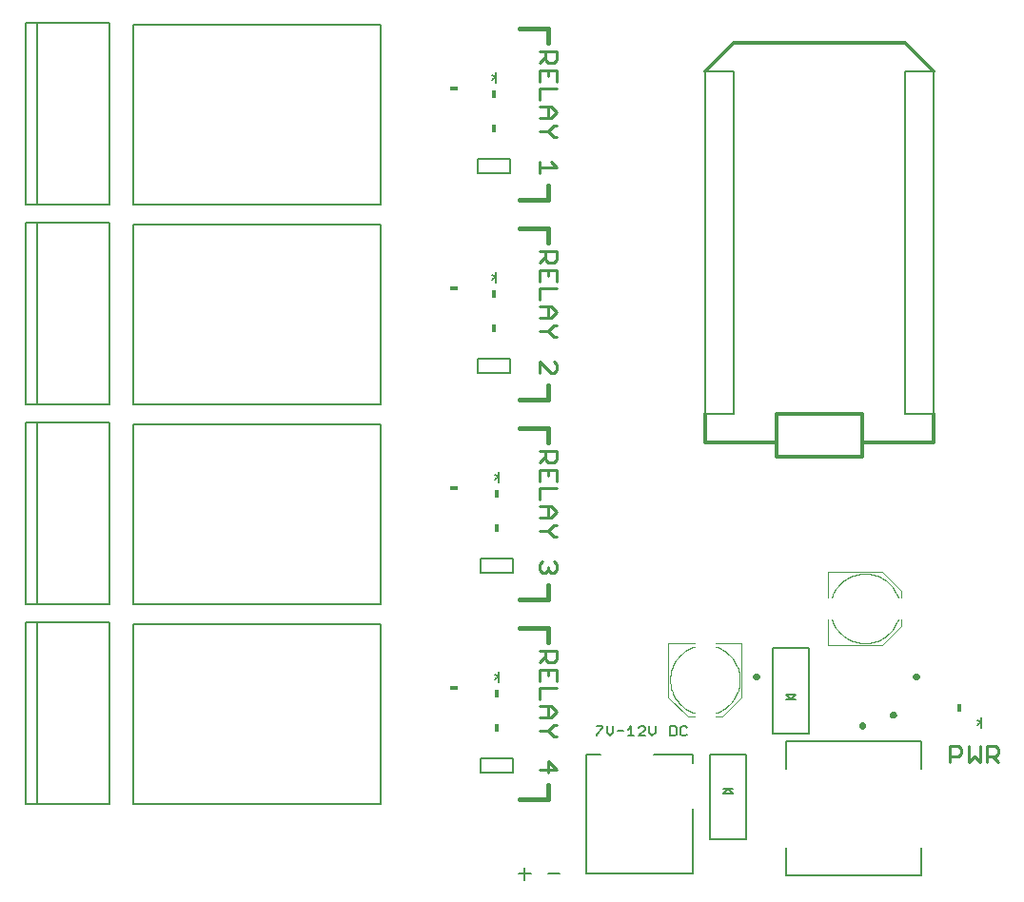
<source format=gto>
G75*
%MOIN*%
%OFA0B0*%
%FSLAX24Y24*%
%IPPOS*%
%LPD*%
%AMOC8*
5,1,8,0,0,1.08239X$1,22.5*
%
%ADD10C,0.0110*%
%ADD11C,0.0160*%
%ADD12C,0.0070*%
%ADD13C,0.0060*%
%ADD14C,0.0050*%
%ADD15C,0.0080*%
%ADD16R,0.0300X0.0180*%
%ADD17R,0.0180X0.0300*%
%ADD18C,0.0120*%
%ADD19C,0.0220*%
%ADD20C,0.0040*%
D10*
X022538Y008932D02*
X023128Y008932D01*
X022833Y009227D01*
X022833Y008833D01*
X023030Y010122D02*
X023128Y010122D01*
X023030Y010122D02*
X022833Y010319D01*
X022538Y010319D01*
X022833Y010319D02*
X023030Y010516D01*
X023128Y010516D01*
X022932Y010767D02*
X023128Y010964D01*
X022932Y011161D01*
X022538Y011161D01*
X022538Y011411D02*
X022538Y011805D01*
X023128Y011805D01*
X023128Y012056D02*
X023128Y012450D01*
X022538Y012450D01*
X022538Y012056D01*
X022833Y012253D02*
X022833Y012450D01*
X022833Y012701D02*
X022735Y012799D01*
X022735Y013094D01*
X022735Y012897D02*
X022538Y012701D01*
X022833Y012701D02*
X023030Y012701D01*
X023128Y012799D01*
X023128Y013094D01*
X022538Y013094D01*
X022833Y011161D02*
X022833Y010767D01*
X022932Y010767D02*
X022538Y010767D01*
X022636Y015833D02*
X022538Y015932D01*
X022538Y016129D01*
X022636Y016227D01*
X022833Y016030D02*
X022833Y015932D01*
X022735Y015833D01*
X022636Y015833D01*
X022833Y015932D02*
X022932Y015833D01*
X023030Y015833D01*
X023128Y015932D01*
X023128Y016129D01*
X023030Y016227D01*
X023030Y017122D02*
X023128Y017122D01*
X023030Y017122D02*
X022833Y017319D01*
X022538Y017319D01*
X022833Y017319D02*
X023030Y017516D01*
X023128Y017516D01*
X022932Y017767D02*
X022538Y017767D01*
X022833Y017767D02*
X022833Y018161D01*
X022932Y018161D02*
X023128Y017964D01*
X022932Y017767D01*
X022932Y018161D02*
X022538Y018161D01*
X022538Y018411D02*
X022538Y018805D01*
X023128Y018805D01*
X023128Y019056D02*
X023128Y019450D01*
X022538Y019450D01*
X022538Y019056D01*
X022833Y019253D02*
X022833Y019450D01*
X022833Y019701D02*
X022735Y019799D01*
X022735Y020094D01*
X022735Y019897D02*
X022538Y019701D01*
X022833Y019701D02*
X023030Y019701D01*
X023128Y019799D01*
X023128Y020094D01*
X022538Y020094D01*
X022538Y022833D02*
X022538Y023227D01*
X022932Y022833D01*
X023030Y022833D01*
X023128Y022932D01*
X023128Y023129D01*
X023030Y023227D01*
X023030Y024122D02*
X023128Y024122D01*
X023030Y024122D02*
X022833Y024319D01*
X022538Y024319D01*
X022833Y024319D02*
X023030Y024516D01*
X023128Y024516D01*
X022932Y024767D02*
X022538Y024767D01*
X022833Y024767D02*
X022833Y025161D01*
X022932Y025161D02*
X023128Y024964D01*
X022932Y024767D01*
X022932Y025161D02*
X022538Y025161D01*
X022538Y025411D02*
X022538Y025805D01*
X023128Y025805D01*
X023128Y026056D02*
X023128Y026450D01*
X022538Y026450D01*
X022538Y026056D01*
X022833Y026253D02*
X022833Y026450D01*
X022833Y026701D02*
X022735Y026799D01*
X022735Y027094D01*
X022735Y026897D02*
X022538Y026701D01*
X022833Y026701D02*
X023030Y026701D01*
X023128Y026799D01*
X023128Y027094D01*
X022538Y027094D01*
X022538Y029833D02*
X022538Y030227D01*
X022538Y030030D02*
X023128Y030030D01*
X022932Y030227D01*
X023030Y031122D02*
X023128Y031122D01*
X023030Y031122D02*
X022833Y031319D01*
X022538Y031319D01*
X022833Y031319D02*
X023030Y031516D01*
X023128Y031516D01*
X022932Y031767D02*
X022538Y031767D01*
X022833Y031767D02*
X022833Y032161D01*
X022932Y032161D02*
X023128Y031964D01*
X022932Y031767D01*
X022932Y032161D02*
X022538Y032161D01*
X022538Y032411D02*
X022538Y032805D01*
X023128Y032805D01*
X023128Y033056D02*
X023128Y033450D01*
X022538Y033450D01*
X022538Y033056D01*
X022833Y033253D02*
X022833Y033450D01*
X022833Y033701D02*
X022735Y033799D01*
X022735Y034094D01*
X022735Y033897D02*
X022538Y033701D01*
X022833Y033701D02*
X023030Y033701D01*
X023128Y033799D01*
X023128Y034094D01*
X022538Y034094D01*
X036921Y009789D02*
X037216Y009789D01*
X037315Y009690D01*
X037315Y009494D01*
X037216Y009395D01*
X036921Y009395D01*
X036921Y009198D02*
X036921Y009789D01*
X037566Y009789D02*
X037566Y009198D01*
X037762Y009395D01*
X037959Y009198D01*
X037959Y009789D01*
X038210Y009789D02*
X038210Y009198D01*
X038210Y009395D02*
X038505Y009395D01*
X038604Y009494D01*
X038604Y009690D01*
X038505Y009789D01*
X038210Y009789D01*
X038407Y009395D02*
X038604Y009198D01*
D11*
X022833Y008393D02*
X022833Y007893D01*
X021833Y007893D01*
X022833Y013393D02*
X022833Y013893D01*
X021833Y013893D01*
X021833Y014893D02*
X022833Y014893D01*
X022833Y015393D01*
X022833Y020393D02*
X022833Y020893D01*
X021833Y020893D01*
X021833Y021893D02*
X022833Y021893D01*
X022833Y022393D01*
X022833Y027393D02*
X022833Y027893D01*
X021833Y027893D01*
X021833Y028893D02*
X022833Y028893D01*
X022833Y029393D01*
X022833Y034393D02*
X022833Y034893D01*
X021833Y034893D01*
D12*
X024531Y010459D02*
X024751Y010459D01*
X024751Y010404D01*
X024531Y010183D01*
X024531Y010128D01*
X024899Y010238D02*
X024899Y010459D01*
X025119Y010459D02*
X025119Y010238D01*
X025009Y010128D01*
X024899Y010238D01*
X025267Y010293D02*
X025487Y010293D01*
X025635Y010348D02*
X025746Y010459D01*
X025746Y010128D01*
X025856Y010128D02*
X025635Y010128D01*
X026004Y010128D02*
X026224Y010348D01*
X026224Y010404D01*
X026169Y010459D01*
X026059Y010459D01*
X026004Y010404D01*
X026004Y010128D02*
X026224Y010128D01*
X026372Y010238D02*
X026482Y010128D01*
X026592Y010238D01*
X026592Y010459D01*
X026372Y010459D02*
X026372Y010238D01*
X027109Y010128D02*
X027274Y010128D01*
X027329Y010183D01*
X027329Y010404D01*
X027274Y010459D01*
X027109Y010459D01*
X027109Y010128D01*
X027477Y010183D02*
X027532Y010128D01*
X027642Y010128D01*
X027697Y010183D01*
X027477Y010183D02*
X027477Y010404D01*
X027532Y010459D01*
X027642Y010459D01*
X027697Y010404D01*
D13*
X023250Y005304D02*
X022823Y005304D01*
X022230Y005304D02*
X021803Y005304D01*
X022016Y005517D02*
X022016Y005090D01*
X021593Y008833D02*
X020473Y008833D01*
X020473Y009353D01*
X021593Y009353D01*
X021593Y008833D01*
X021593Y015833D02*
X020473Y015833D01*
X020473Y016353D01*
X021593Y016353D01*
X021593Y015833D01*
X021493Y022833D02*
X020373Y022833D01*
X020373Y023353D01*
X021493Y023353D01*
X021493Y022833D01*
X021493Y029833D02*
X020373Y029833D01*
X020373Y030353D01*
X021493Y030353D01*
X021493Y029833D01*
D14*
X016977Y028744D02*
X016977Y035043D01*
X008315Y035043D01*
X008315Y028744D01*
X016977Y028744D01*
X016977Y028043D02*
X008315Y028043D01*
X008315Y021744D01*
X016977Y021744D01*
X016977Y028043D01*
X016977Y021043D02*
X008315Y021043D01*
X008315Y014744D01*
X016977Y014744D01*
X016977Y021043D01*
X016977Y014043D02*
X008315Y014043D01*
X008315Y007744D01*
X016977Y007744D01*
X016977Y014043D01*
X028503Y009485D02*
X028503Y006491D01*
X029682Y006491D01*
X029659Y006491D01*
X029682Y006491D02*
X029763Y006491D01*
X029763Y009485D01*
X028682Y009485D01*
X028503Y009485D01*
X028584Y009485D02*
X028682Y009485D01*
X028958Y008268D02*
X029308Y008268D01*
X029308Y008118D02*
X029133Y008268D01*
X028958Y008118D01*
X029308Y008118D01*
X030703Y010202D02*
X030703Y013196D01*
X030784Y013196D01*
X031963Y013196D01*
X031963Y010202D01*
X031784Y010202D01*
X030703Y010202D01*
X031784Y010202D02*
X031882Y010202D01*
X031508Y011418D02*
X031158Y011418D01*
X031158Y011568D02*
X031333Y011418D01*
X031508Y011568D01*
X031158Y011568D01*
X030807Y013196D02*
X030784Y013196D01*
D15*
X004534Y014114D02*
X004534Y007736D01*
X004927Y007736D01*
X004927Y014114D01*
X007486Y014114D01*
X007486Y007736D01*
X004927Y007736D01*
X004927Y014114D02*
X004534Y014114D01*
X004534Y014736D02*
X004534Y021114D01*
X004927Y021114D01*
X004927Y014736D01*
X004534Y014736D01*
X004927Y014736D02*
X007486Y014736D01*
X007486Y021114D01*
X004927Y021114D01*
X004927Y021736D02*
X004534Y021736D01*
X004534Y028114D01*
X004927Y028114D01*
X004927Y021736D01*
X007486Y021736D01*
X007486Y028114D01*
X004927Y028114D01*
X004927Y028736D02*
X004534Y028736D01*
X004534Y035114D01*
X004927Y035114D01*
X004927Y028736D01*
X007486Y028736D01*
X007486Y035114D01*
X004927Y035114D01*
X020878Y033279D02*
X020994Y033203D01*
X021000Y033193D02*
X020878Y033101D01*
X021000Y033012D02*
X021000Y033193D01*
X021000Y033374D01*
X021000Y026374D02*
X021000Y026193D01*
X020878Y026101D01*
X021000Y026012D02*
X021000Y026193D01*
X020994Y026203D02*
X020878Y026279D01*
X021100Y019374D02*
X021100Y019193D01*
X020978Y019101D01*
X021100Y019012D02*
X021100Y019193D01*
X021094Y019203D02*
X020978Y019279D01*
X021100Y012374D02*
X021100Y012193D01*
X020978Y012101D01*
X021100Y012012D02*
X021100Y012193D01*
X021094Y012203D02*
X020978Y012279D01*
X024160Y009487D02*
X024672Y009487D01*
X024160Y009487D02*
X024160Y005314D01*
X027901Y005314D01*
X027901Y007558D01*
X027901Y009172D02*
X027901Y009487D01*
X026523Y009487D01*
X027901Y005314D02*
X027912Y005314D01*
X031171Y005231D02*
X035895Y005231D01*
X035895Y006215D01*
X035895Y008971D02*
X035895Y009956D01*
X031171Y009956D01*
X031171Y008971D01*
X031171Y006215D02*
X031171Y005231D01*
X037878Y010501D02*
X038000Y010593D01*
X038000Y010774D01*
X037878Y010679D02*
X037994Y010603D01*
X038000Y010593D02*
X038000Y010412D01*
X036333Y021393D02*
X035333Y021393D01*
X035333Y033393D01*
X036333Y033393D01*
X036333Y021393D01*
X029333Y021393D02*
X029333Y033393D01*
X028333Y033393D01*
X028333Y021393D01*
X029333Y021393D01*
D16*
X019533Y018793D03*
X019533Y025793D03*
X019533Y032793D03*
X019533Y011793D03*
D17*
X021033Y011593D03*
X021033Y010393D03*
X021033Y017393D03*
X021033Y018593D03*
X020933Y024393D03*
X020933Y025593D03*
X020933Y031393D03*
X020933Y032593D03*
X037233Y011093D03*
D18*
X034879Y010852D02*
X034881Y010866D01*
X034887Y010880D01*
X034895Y010892D01*
X034907Y010900D01*
X034921Y010906D01*
X034935Y010908D01*
X034949Y010906D01*
X034963Y010900D01*
X034975Y010892D01*
X034983Y010880D01*
X034989Y010866D01*
X034991Y010852D01*
X034989Y010838D01*
X034983Y010824D01*
X034975Y010812D01*
X034963Y010804D01*
X034949Y010798D01*
X034935Y010796D01*
X034921Y010798D01*
X034907Y010804D01*
X034895Y010812D01*
X034887Y010824D01*
X034881Y010838D01*
X034879Y010852D01*
X033833Y019893D02*
X030833Y019893D01*
X030833Y020393D01*
X030833Y021393D01*
X033833Y021393D01*
X033833Y020393D01*
X036333Y020393D01*
X036333Y021393D01*
X033833Y020393D02*
X033833Y019893D01*
X030833Y020393D02*
X028333Y020393D01*
X028333Y021393D01*
X028333Y033393D02*
X029333Y034393D01*
X035333Y034393D01*
X036333Y033393D01*
D19*
X035745Y012193D02*
X035721Y012193D01*
X033833Y010505D02*
X033833Y010481D01*
X030145Y012193D02*
X030121Y012193D01*
D20*
X029612Y011483D02*
X028943Y010814D01*
X028707Y010814D01*
X027959Y010814D02*
X027723Y010814D01*
X027053Y011483D01*
X027053Y013373D01*
X027959Y013373D01*
X028707Y013373D02*
X029612Y013373D01*
X029612Y011483D01*
X027959Y010932D02*
X027895Y010954D01*
X027832Y010981D01*
X027770Y011011D01*
X027711Y011044D01*
X027653Y011080D01*
X027597Y011120D01*
X027544Y011163D01*
X027493Y011208D01*
X027445Y011256D01*
X027400Y011307D01*
X027357Y011361D01*
X027318Y011417D01*
X027281Y011474D01*
X027248Y011534D01*
X027219Y011596D01*
X027193Y011659D01*
X027170Y011723D01*
X027151Y011789D01*
X027136Y011856D01*
X027125Y011923D01*
X027117Y011991D01*
X027113Y012059D01*
X027113Y012127D01*
X027117Y012195D01*
X027125Y012263D01*
X027136Y012330D01*
X027151Y012397D01*
X027170Y012463D01*
X027193Y012527D01*
X027219Y012590D01*
X027248Y012652D01*
X027281Y012712D01*
X027318Y012769D01*
X027357Y012825D01*
X027400Y012879D01*
X027445Y012930D01*
X027493Y012978D01*
X027544Y013023D01*
X027597Y013066D01*
X027653Y013106D01*
X027711Y013142D01*
X027770Y013175D01*
X027832Y013205D01*
X027895Y013232D01*
X027959Y013254D01*
X028707Y013254D02*
X028771Y013232D01*
X028834Y013205D01*
X028896Y013175D01*
X028955Y013142D01*
X029013Y013106D01*
X029069Y013066D01*
X029122Y013023D01*
X029173Y012978D01*
X029221Y012930D01*
X029266Y012879D01*
X029309Y012825D01*
X029348Y012769D01*
X029385Y012712D01*
X029418Y012652D01*
X029447Y012590D01*
X029473Y012527D01*
X029496Y012463D01*
X029515Y012397D01*
X029530Y012330D01*
X029541Y012263D01*
X029549Y012195D01*
X029553Y012127D01*
X029553Y012059D01*
X029549Y011991D01*
X029541Y011923D01*
X029530Y011856D01*
X029515Y011789D01*
X029496Y011723D01*
X029473Y011659D01*
X029447Y011596D01*
X029418Y011534D01*
X029385Y011474D01*
X029348Y011417D01*
X029309Y011361D01*
X029266Y011307D01*
X029221Y011256D01*
X029173Y011208D01*
X029122Y011163D01*
X029069Y011120D01*
X029013Y011080D01*
X028955Y011044D01*
X028896Y011011D01*
X028834Y010981D01*
X028771Y010954D01*
X028707Y010932D01*
X032653Y013314D02*
X032653Y014219D01*
X032653Y014967D02*
X032653Y015873D01*
X034543Y015873D01*
X035212Y015204D01*
X035212Y014967D01*
X035212Y014219D02*
X035212Y013983D01*
X034543Y013314D01*
X032653Y013314D01*
X032772Y014967D02*
X032794Y015031D01*
X032821Y015094D01*
X032851Y015156D01*
X032884Y015215D01*
X032920Y015273D01*
X032960Y015329D01*
X033003Y015382D01*
X033048Y015433D01*
X033096Y015481D01*
X033147Y015526D01*
X033201Y015569D01*
X033257Y015608D01*
X033314Y015645D01*
X033374Y015678D01*
X033436Y015707D01*
X033499Y015733D01*
X033563Y015756D01*
X033629Y015775D01*
X033696Y015790D01*
X033763Y015801D01*
X033831Y015809D01*
X033899Y015813D01*
X033967Y015813D01*
X034035Y015809D01*
X034103Y015801D01*
X034170Y015790D01*
X034237Y015775D01*
X034303Y015756D01*
X034367Y015733D01*
X034430Y015707D01*
X034492Y015678D01*
X034552Y015645D01*
X034609Y015608D01*
X034665Y015569D01*
X034719Y015526D01*
X034770Y015481D01*
X034818Y015433D01*
X034863Y015382D01*
X034906Y015329D01*
X034946Y015273D01*
X034982Y015215D01*
X035015Y015156D01*
X035045Y015094D01*
X035072Y015031D01*
X035094Y014967D01*
X035094Y014219D02*
X035072Y014155D01*
X035045Y014092D01*
X035015Y014030D01*
X034982Y013971D01*
X034946Y013913D01*
X034906Y013857D01*
X034863Y013804D01*
X034818Y013753D01*
X034770Y013705D01*
X034719Y013660D01*
X034665Y013617D01*
X034609Y013578D01*
X034552Y013541D01*
X034492Y013508D01*
X034430Y013479D01*
X034367Y013453D01*
X034303Y013430D01*
X034237Y013411D01*
X034170Y013396D01*
X034103Y013385D01*
X034035Y013377D01*
X033967Y013373D01*
X033899Y013373D01*
X033831Y013377D01*
X033763Y013385D01*
X033696Y013396D01*
X033629Y013411D01*
X033563Y013430D01*
X033499Y013453D01*
X033436Y013479D01*
X033374Y013508D01*
X033314Y013541D01*
X033257Y013578D01*
X033201Y013617D01*
X033147Y013660D01*
X033096Y013705D01*
X033048Y013753D01*
X033003Y013804D01*
X032960Y013857D01*
X032920Y013913D01*
X032884Y013971D01*
X032851Y014030D01*
X032821Y014092D01*
X032794Y014155D01*
X032772Y014219D01*
M02*

</source>
